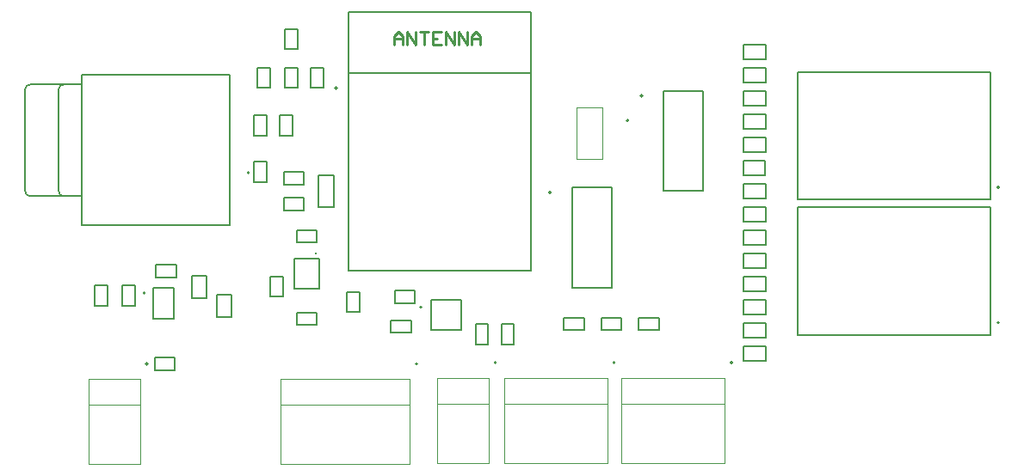
<source format=gbr>
G04*
G04 #@! TF.GenerationSoftware,Altium Limited,Altium Designer,24.7.2 (38)*
G04*
G04 Layer_Color=16711935*
%FSLAX25Y25*%
%MOIN*%
G70*
G04*
G04 #@! TF.SameCoordinates,557B2C77-FFCE-42D9-A2FA-4134FEC932EB*
G04*
G04*
G04 #@! TF.FilePolarity,Positive*
G04*
G01*
G75*
%ADD10C,0.00787*%
%ADD11C,0.00591*%
%ADD12C,0.00500*%
%ADD66C,0.01000*%
%ADD76C,0.00394*%
D10*
X226575Y124000D02*
G03*
X226575Y124000I-394J0D01*
G01*
X108287Y127000D02*
G03*
X108287Y127000I-394J0D01*
G01*
X74221Y94142D02*
G03*
X74221Y94142I-394J0D01*
G01*
X215953Y20500D02*
G03*
X215953Y20500I-394J0D01*
G01*
X34953Y20000D02*
G03*
X34953Y20000I-394J0D01*
G01*
X221158Y114500D02*
G03*
X221158Y114500I-394J0D01*
G01*
X191075Y86500D02*
G03*
X191075Y86500I-394J0D01*
G01*
X33913Y47437D02*
G03*
X33913Y47437I-394J0D01*
G01*
X141150Y41953D02*
G03*
X141150Y41953I-394J0D01*
G01*
X169953Y20500D02*
G03*
X169953Y20500I-394J0D01*
G01*
X139453Y20000D02*
G03*
X139453Y20000I-394J0D01*
G01*
X364748Y36000D02*
G03*
X364748Y36000I-394J0D01*
G01*
Y88500D02*
G03*
X364748Y88500I-394J0D01*
G01*
X261453Y20500D02*
G03*
X261453Y20500I-394J0D01*
G01*
X61744Y38268D02*
Y46732D01*
X67256D01*
Y38268D02*
Y46732D01*
X61744Y38268D02*
X67256D01*
X210563Y37961D02*
X218437D01*
Y33039D02*
Y37961D01*
X210563Y33039D02*
X218437D01*
X210563D02*
Y37961D01*
X196063D02*
X203937D01*
Y33039D02*
Y37961D01*
X196063Y33039D02*
X203937D01*
X196063D02*
Y37961D01*
X176862Y27563D02*
Y35437D01*
X172138Y27563D02*
X176862D01*
X172138D02*
Y35437D01*
X176862D01*
X92563Y67039D02*
Y71961D01*
Y67039D02*
X100437D01*
Y71961D01*
X92563D02*
X100437D01*
X88039Y149937D02*
X92961D01*
X88039Y142063D02*
Y149937D01*
Y142063D02*
X92961D01*
Y149937D01*
X82461Y127063D02*
Y134937D01*
X77539Y127063D02*
X82461D01*
X77539D02*
Y134937D01*
X82461D01*
X37563Y17539D02*
Y22461D01*
Y17539D02*
X45437D01*
Y22461D01*
X37563D02*
X45437D01*
X45937Y53539D02*
Y58461D01*
X38063D02*
X45937D01*
X38063Y53539D02*
Y58461D01*
Y53539D02*
X45937D01*
X52146Y45669D02*
X57854D01*
Y54331D01*
X52146D02*
X57854D01*
X52146Y45669D02*
Y54331D01*
X14539Y42563D02*
X19461D01*
Y50437D01*
X14539D02*
X19461D01*
X14539Y42563D02*
Y50437D01*
X25039Y42563D02*
X29961D01*
Y50437D01*
X25039D02*
X29961D01*
X25039Y42563D02*
Y50437D01*
X76039Y90563D02*
X80961D01*
Y98437D01*
X76039D02*
X80961D01*
X76039Y90563D02*
Y98437D01*
Y116437D02*
X80961D01*
X76039Y108563D02*
Y116437D01*
Y108563D02*
X80961D01*
Y116437D01*
X86039Y108563D02*
X90961D01*
Y116437D01*
X86039D02*
X90961D01*
X86039Y108563D02*
Y116437D01*
X98039Y127063D02*
X102961D01*
Y134937D01*
X98039D02*
X102961D01*
X98039Y127063D02*
Y134937D01*
X162138Y35437D02*
X166862D01*
X162138Y27563D02*
Y35437D01*
Y27563D02*
X166862D01*
Y35437D01*
X225063Y33039D02*
Y37961D01*
Y33039D02*
X232937D01*
Y37961D01*
X225063D02*
X232937D01*
X92563Y39961D02*
X100437D01*
Y35039D02*
Y39961D01*
X92563Y35039D02*
X100437D01*
X92563D02*
Y39961D01*
X82539Y46063D02*
X87461D01*
Y53937D01*
X82539D02*
X87461D01*
X82539Y46063D02*
Y53937D01*
X136937Y32039D02*
Y36961D01*
X129063D02*
X136937D01*
X129063Y32039D02*
Y36961D01*
Y32039D02*
X136937D01*
X138437Y43539D02*
Y48461D01*
X130563D02*
X138437D01*
X130563Y43539D02*
Y48461D01*
Y43539D02*
X138437D01*
X265768Y26756D02*
X274232D01*
Y21244D02*
Y26756D01*
X265768Y21244D02*
X274232D01*
X265768D02*
Y26756D01*
Y44756D02*
X274232D01*
Y39244D02*
Y44756D01*
X265768Y39244D02*
X274232D01*
X265768D02*
Y44756D01*
Y35756D02*
X274232D01*
Y30244D02*
Y35756D01*
X265768Y30244D02*
X274232D01*
X265768D02*
Y35756D01*
Y53756D02*
X274232D01*
Y48244D02*
Y53756D01*
X265768Y48244D02*
X274232D01*
X265768D02*
Y53756D01*
Y62756D02*
X274232D01*
Y57244D02*
Y62756D01*
X265768Y57244D02*
X274232D01*
X265768D02*
Y62756D01*
Y71756D02*
X274232D01*
Y66244D02*
Y71756D01*
X265768Y66244D02*
X274232D01*
X265768D02*
Y71756D01*
Y80756D02*
X274232D01*
Y75244D02*
Y80756D01*
X265768Y75244D02*
X274232D01*
X265768D02*
Y80756D01*
X265724Y98756D02*
X274189D01*
Y93244D02*
Y98756D01*
X265724Y93244D02*
X274189D01*
X265724D02*
Y98756D01*
X265768Y89756D02*
X274232D01*
Y84244D02*
Y89756D01*
X265768Y84244D02*
X274232D01*
X265768D02*
Y89756D01*
Y129244D02*
Y134756D01*
Y129244D02*
X274232D01*
Y134756D01*
X265768D02*
X274232D01*
X265768Y143756D02*
X274232D01*
Y138244D02*
Y143756D01*
X265768Y138244D02*
X274232D01*
X265768D02*
Y143756D01*
Y125756D02*
X274232D01*
Y120244D02*
Y125756D01*
X265768Y120244D02*
X274232D01*
X265768D02*
Y125756D01*
Y116756D02*
X274232D01*
Y111244D02*
Y116756D01*
X265768Y111244D02*
X274232D01*
X265768D02*
Y116756D01*
Y107756D02*
X274232D01*
Y102244D02*
Y107756D01*
X265768Y102244D02*
X274232D01*
X265768D02*
Y107756D01*
X88039Y127063D02*
Y134937D01*
X92961D01*
Y127063D02*
Y134937D01*
X88039Y127063D02*
X92961D01*
X87563Y79539D02*
X95437D01*
X87563D02*
Y84461D01*
X95437D01*
Y79539D02*
Y84461D01*
X87563Y89539D02*
X95437D01*
X87563D02*
Y94461D01*
X95437D01*
Y89539D02*
Y94461D01*
X112039Y40063D02*
Y47937D01*
X116961D01*
Y40063D02*
Y47937D01*
X112039Y40063D02*
X116961D01*
D11*
X100339Y62874D02*
G03*
X100339Y62874I-295J0D01*
G01*
D12*
X-10622Y128394D02*
G03*
X-12591Y126425I0J-1969D01*
G01*
Y87055D02*
G03*
X-10622Y85087I1969J0D01*
G01*
X2370Y128394D02*
G03*
X402Y126425I0J-1969D01*
G01*
Y87055D02*
G03*
X2370Y85087I1969J0D01*
G01*
X234823Y125988D02*
X250177D01*
X234823Y87012D02*
X250177D01*
X234823D02*
Y125988D01*
X250177Y87012D02*
Y125988D01*
X112618Y132866D02*
X183484Y132866D01*
X112618Y132866D02*
Y156488D01*
Y132866D02*
X112618Y56094D01*
X183484D01*
Y132866D01*
X183484Y156488D02*
X183484Y132866D01*
X112618Y156488D02*
X183484D01*
X9457Y132035D02*
X66543D01*
X9457Y128394D02*
Y132035D01*
Y85087D02*
Y128394D01*
Y73965D02*
Y85087D01*
Y73965D02*
X66543D01*
Y132035D01*
X-10622Y128394D02*
X9457D01*
X-12591Y87055D02*
Y126425D01*
X-10622Y85087D02*
X9457D01*
X402Y87055D02*
Y126425D01*
X199323Y88488D02*
X214677D01*
X199323Y49512D02*
X214677D01*
X199323D02*
Y88488D01*
X214677Y49512D02*
Y88488D01*
X101421Y49095D02*
Y60905D01*
X91579Y49095D02*
X101421D01*
X91579D02*
Y60905D01*
X101421D01*
X101047Y80701D02*
X106953D01*
X101047Y93299D02*
X106953D01*
X101047Y80701D02*
Y93299D01*
X106953Y80701D02*
Y93299D01*
X37063Y37595D02*
Y49406D01*
X44937D01*
Y37595D02*
Y49406D01*
X37063Y37595D02*
X44937D01*
X144595Y33094D02*
X156405D01*
X144595Y44905D02*
X156405D01*
Y33094D02*
Y44905D01*
X144595Y33094D02*
Y44905D01*
X361402Y31197D02*
Y80803D01*
X286598D02*
X361402D01*
X286598Y31197D02*
Y80803D01*
Y31197D02*
X361402D01*
Y83697D02*
Y133303D01*
X286598D02*
X361402D01*
X286598Y83697D02*
Y133303D01*
Y83697D02*
X361402D01*
D66*
X130335Y143693D02*
Y147025D01*
X132001Y148691D01*
X133667Y147025D01*
Y143693D01*
Y146192D01*
X130335D01*
X135333Y143693D02*
Y148691D01*
X138665Y143693D01*
Y148691D01*
X140331D02*
X143664D01*
X141998D01*
Y143693D01*
X148662Y148691D02*
X145330D01*
Y143693D01*
X148662D01*
X145330Y146192D02*
X146996D01*
X150328Y143693D02*
Y148691D01*
X153660Y143693D01*
Y148691D01*
X155326Y143693D02*
Y148691D01*
X158659Y143693D01*
Y148691D01*
X160325Y143693D02*
Y147025D01*
X161991Y148691D01*
X163657Y147025D01*
Y143693D01*
Y146192D01*
X160325D01*
D76*
X213000Y-18398D02*
Y4594D01*
X173000Y-18398D02*
X213000D01*
X173000D02*
Y4594D01*
X213000D01*
Y14594D01*
X173000D02*
X213000D01*
X173000Y4594D02*
Y14594D01*
X12000Y4095D02*
Y14095D01*
X32000D01*
Y4095D02*
Y14095D01*
X12000Y4095D02*
X32000D01*
X12000Y-18898D02*
Y4095D01*
Y-18898D02*
X32000D01*
Y4095D01*
X201000Y99500D02*
X211000D01*
X201000D02*
Y119500D01*
X211000D01*
Y99500D02*
Y119500D01*
X147000Y4594D02*
Y14594D01*
X167000D01*
Y4594D02*
Y14594D01*
X147000Y4594D02*
X167000D01*
X147000Y-18398D02*
Y4594D01*
Y-18398D02*
X167000D01*
Y4594D01*
X136500Y-18898D02*
Y4095D01*
X86500Y-18898D02*
X136500D01*
X86500D02*
Y4095D01*
X136500D01*
Y14095D01*
X86500D02*
X136500D01*
X86500Y4095D02*
Y14095D01*
X258500Y-18398D02*
Y4594D01*
X218500Y-18398D02*
X258500D01*
X218500D02*
Y4594D01*
X258500D01*
Y14594D01*
X218500D02*
X258500D01*
X218500Y4594D02*
Y14594D01*
M02*

</source>
